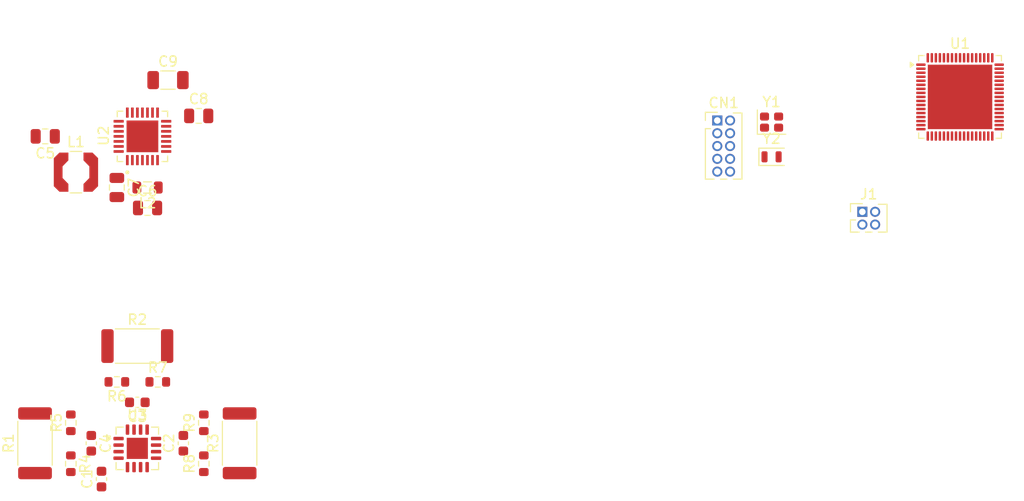
<source format=kicad_pcb>
(kicad_pcb (version 20241229) (generator "pcbnew") (generator_version "9.0")
  (layers (0 "F.Cu" signal) (2 "B.Cu" signal) (13 "F.Paste" user) (15 "B.Paste" user) (5 "F.SilkS" user "F.Silkscreen") (7 "B.SilkS" user "B.Silkscreen") (1 "F.Mask" user) (3 "B.Mask" user) (25 "Edge.Cuts" user))
  (net 0 "")
  (net 1 "GND")
  (net 2 "Net-(U3-IN-1)")
  (net 3 "Net-(U3-IN+1)")
  (net 4 "Net-(U3-IN-2)")
  (net 5 "Net-(U3-IN+2)")
  (net 6 "Net-(U3-IN-3)")
  (net 7 "Net-(U3-IN+3)")
  (net 8 "Net-(U2-BUFSRC)")
  (net 9 "/Power Management/BATT")
  (net 10 "/Power Management/BUCK")
  (net 11 "Net-(U2-BOOST)")
  (net 13 "Net-(U2-SWBOOST)")
  (net 14 "Net-(U2-SWBUCK)")
  (net 15 "/Power Management/PV+")
  (net 16 "/Power Management/PV-")
  (net 17 "/Power Management/BAT+")
  (net 18 "/Power Management/BAT-")
  (net 19 "/Power Management/LOAD+")
  (net 20 "/Power Management/LOAD-")
  (net 28 "VDD")
  (net 30 "STLINK_TX")
  (net 32 "STLINK_RX")
  (net 59 "/STM32WB55RG/NRST")
  (net 63 "/STM32WB55RG/BOOT0")
  (net 64 "VLXSMPS")
  (net 72 "/Power Management/S2")
  (net 74 "/Power Management/S1")
  (net 75 "/Power Management/SRC")
  (net 78 "/Power Management/S0")
  (net 81 "/STM32WB55RG/SWCLK")
  (net 83 "SCL")
  (net 88 "SDA")
  (net 89 "/STM32WB55RG/OSC32_IN")
  (net 90 "VDDA")
  (net 91 "/STM32WB55RG/SWDIO")
  (net 92 "/STM32WB55RG/OSC_IN")
  (net 93 "VFBSMPS")
  (net 94 "/STM32WB55RG/OSC32_OUT")
  (net 95 "/STM32WB55RG/OSC_OUT")
  (net 96 "/Power Management/HVOUT")
  (net 97 "/STM32WB55RG/SWO")
  (net 100 "/Power Management/3V3_EXT")
  (footprint "Inductor_SMD:L_Coilcraft_LPS4018" (layer "F.Cu") (at 26.416 32.004)
    (property "Reference" "L1" (at 0 -3 0) (layer "F.SilkS"))
    (property "Value" "10uH")
    (fp_line (start -0.57 -2.06) (end 0.57 -2.06) (stroke (width 0.12)) (layer "F.SilkS"))
    (fp_line (start -0.57 2.06) (end 0.57 2.06) (stroke (width 0.12)) (layer "F.SilkS"))
    (pad "1" smd custom (at -1.765 0) (size 0.87 2.79) (layers "F.Cu" "F.Mask" "F.Paste") (net 8 "Net-(U2-BUFSRC)") (options (clearance outline) (anchor rect)) (primitives (gr_poly (pts (xy 1.015 -1.17) (xy 0.435 -0.575) (xy 0.435 0.575) (xy 1.015 1.17) (xy 1.015 1.945) (xy 0.125 1.945) (xy -0.435 1.395) (xy -0.435 -1.395) (xy 0.125 -1.945) (xy 1.015 -1.945)) (width 0) (fill yes))))
    (pad "2" smd custom (at 1.765 0) (size 0.87 2.79) (layers "F.Cu" "F.Mask" "F.Paste") (net 13 "Net-(U2-SWBOOST)") (options (clearance outline) (anchor rect)) (primitives (gr_poly (pts (xy 0.435 -1.395) (xy 0.435 1.395) (xy -0.125 1.945) (xy -1.015 1.945) (xy -1.015 1.17) (xy -0.435 0.575) (xy -0.435 -0.575) (xy -1.015 -1.17) (xy -1.015 -1.945) (xy -0.125 -1.945)) (width 0) (fill yes))))
  )
  (footprint "Resistor_SMD:R_2512_6332Metric" (layer "F.Cu") (at 22.352 58.928 90)
    (property "Reference" "R1" (at 0 -2.63 90) (layer "F.SilkS"))
    (property "Value" "0.1")
    (fp_line (start -2.177064 -1.71) (end 2.177064 -1.71) (stroke (width 0.12)) (layer "F.SilkS"))
    (fp_line (start -2.177064 1.71) (end 2.177064 1.71) (stroke (width 0.12)) (layer "F.SilkS"))
    (pad "1" smd roundrect (at -2.9625 0 90) (size 1.225 3.35) (layers "F.Cu" "F.Mask" "F.Paste") (roundrect_rratio 0.204082) (net 15 "/Power Management/PV+"))
    (pad "2" smd roundrect (at 2.9625 0 90) (size 1.225 3.35) (layers "F.Cu" "F.Mask" "F.Paste") (roundrect_rratio 0.204082) (net 16 "/Power Management/PV-"))
  )
  (footprint "Capacitor_SMD:C_0805_2012Metric" (layer "F.Cu") (at 30.48 33.528 -90)
    (property "Reference" "C7" (at 0 -1.68 90) (layer "F.SilkS"))
    (property "Value" "22uF")
    (fp_line (start -0.261252 0.735) (end 0.261252 0.735) (stroke (width 0.12)) (layer "F.SilkS"))
    (fp_line (start -0.261252 -0.735) (end 0.261252 -0.735) (stroke (width 0.12)) (layer "F.SilkS"))
    (pad "1" smd roundrect (at -0.95 0 270) (size 1 1.45) (layers "F.Cu" "F.Mask" "F.Paste") (net 11 "Net-(U2-BOOST)"))
    (pad "2" smd roundrect (at 0.95 0 270) (size 1 1.45) (layers "F.Cu" "F.Mask" "F.Paste") (net 1 "GND"))
  )
  (footprint "Crystal:Crystal_SMD_2012-2Pin_2.0x1.2mm" (layer "F.Cu") (at 95.504 30.48)
    (property "Reference" "Y2" (at 0 -1.8 0) (layer "F.SilkS"))
    (property "Value" "LSE")
    (fp_line (start -1.26 -0.86) (end -1.26 0.86) (stroke (width 0.12)) (layer "F.SilkS"))
    (fp_line (start -1.26 0.86) (end 1.26 0.86) (stroke (width 0.12)) (layer "F.SilkS"))
    (fp_line (start 1.26 -0.86) (end -1.26 -0.86) (stroke (width 0.12)) (layer "F.SilkS"))
    (pad "1" smd roundrect (at -0.7 0) (size 0.6 1.1) (layers "F.Cu" "F.Mask" "F.Paste") (net 89 "/STM32WB55RG/OSC32_IN"))
    (pad "2" smd roundrect (at 0.7 0) (size 0.6 1.1) (layers "F.Cu" "F.Mask" "F.Paste") (net 94 "/STM32WB55RG/OSC32_OUT"))
  )
  (footprint "Capacitor_SMD:C_0603_1608Metric" (layer "F.Cu") (at 37.084 58.928 90)
    (property "Reference" "C2" (at 0 -1.43 90) (layer "F.SilkS"))
    (property "Value" "33nF")
    (fp_line (start -0.14058 -0.51) (end 0.14058 -0.51) (stroke (width 0.12)) (layer "F.SilkS"))
    (fp_line (start -0.14058 0.51) (end 0.14058 0.51) (stroke (width 0.12)) (layer "F.SilkS"))
    (pad "1" smd roundrect (at -0.775 0 90) (size 0.9 0.95) (layers "F.Cu" "F.Mask" "F.Paste") (net 2 "Net-(U3-IN-1)"))
    (pad "2" smd roundrect (at 0.775 0 90) (size 0.9 0.95) (layers "F.Cu" "F.Mask" "F.Paste") (net 3 "Net-(U3-IN+1)"))
  )
  (footprint "Capacitor_SMD:C_1206_3216Metric" (layer "F.Cu") (at 35.56 22.86)
    (property "Reference" "C9" (at 0 -1.85 0) (layer "F.SilkS"))
    (property "Value" "150uF")
    (fp_line (start -0.711252 -0.91) (end 0.711252 -0.91) (stroke (width 0.12)) (layer "F.SilkS"))
    (fp_line (start -0.711252 0.91) (end 0.711252 0.91) (stroke (width 0.12)) (layer "F.SilkS"))
    (pad "1" smd roundrect (at -1.475 0) (size 1.15 1.8) (layers "F.Cu" "F.Mask" "F.Paste") (roundrect_rratio 0.217391) (net 9 "/Power Management/BATT"))
    (pad "2" smd roundrect (at 1.475 0) (size 1.15 1.8) (layers "F.Cu" "F.Mask" "F.Paste") (roundrect_rratio 0.217391) (net 1 "GND"))
  )
  (footprint "Resistor_SMD:R_0603_1608Metric" (layer "F.Cu") (at 39.116 56.896 90)
    (property "Reference" "R9" (at 0 -1.43 90) (layer "F.SilkS"))
    (property "Value" "10")
    (fp_line (start -0.237258 -0.5225) (end 0.237258 -0.5225) (stroke (width 0.12)) (layer "F.SilkS"))
    (fp_line (start -0.237258 0.5225) (end 0.237258 0.5225) (stroke (width 0.12)) (layer "F.SilkS"))
    (pad "1" smd roundrect (at -0.825 0 90) (size 0.8 0.95) (layers "F.Cu" "F.Mask" "F.Paste") (net 6 "Net-(U3-IN-3)"))
    (pad "2" smd roundrect (at 0.825 0 90) (size 0.8 0.95) (layers "F.Cu" "F.Mask" "F.Paste") (net 20 "/Power Management/LOAD-"))
  )
  (footprint "Capacitor_SMD:C_0603_1608Metric" (layer "F.Cu") (at 27.94 58.928 -90)
    (property "Reference" "C4" (at 0 -1.43 90) (layer "F.SilkS"))
    (property "Value" "33nF")
    (fp_line (start -0.14058 0.51) (end 0.14058 0.51) (stroke (width 0.12)) (layer "F.SilkS"))
    (fp_line (start -0.14058 -0.51) (end 0.14058 -0.51) (stroke (width 0.12)) (layer "F.SilkS"))
    (pad "1" smd roundrect (at -0.775 0 270) (size 0.9 0.95) (layers "F.Cu" "F.Mask" "F.Paste") (net 6 "Net-(U3-IN-3)"))
    (pad "2" smd roundrect (at 0.775 0 270) (size 0.9 0.95) (layers "F.Cu" "F.Mask" "F.Paste") (net 7 "Net-(U3-IN+3)"))
  )
  (footprint "Resistor_SMD:R_0603_1608Metric" (layer "F.Cu") (at 25.908 60.96 -90)
    (property "Reference" "R4" (at 0 -1.43 90) (layer "F.SilkS"))
    (property "Value" "10")
    (fp_line (start -0.237258 0.5225) (end 0.237258 0.5225) (stroke (width 0.12)) (layer "F.SilkS"))
    (fp_line (start -0.237258 -0.5225) (end 0.237258 -0.5225) (stroke (width 0.12)) (layer "F.SilkS"))
    (pad "1" smd roundrect (at -0.825 0 270) (size 0.8 0.95) (layers "F.Cu" "F.Mask" "F.Paste") (net 3 "Net-(U3-IN+1)"))
    (pad "2" smd roundrect (at 0.825 0 270) (size 0.8 0.95) (layers "F.Cu" "F.Mask" "F.Paste") (net 15 "/Power Management/PV+"))
  )
  (footprint "Capacitor_SMD:C_0805_2012Metric" (layer "F.Cu") (at 33.528 35.56)
    (property "Reference" "C6" (at 0 -1.68 0) (layer "F.SilkS"))
    (property "Value" "10uF")
    (fp_line (start -0.261252 -0.735) (end 0.261252 -0.735) (stroke (width 0.12)) (layer "F.SilkS"))
    (fp_line (start -0.261252 0.735) (end 0.261252 0.735) (stroke (width 0.12)) (layer "F.SilkS"))
    (pad "1" smd roundrect (at -0.95 0) (size 1 1.45) (layers "F.Cu" "F.Mask" "F.Paste") (net 1 "GND"))
    (pad "2" smd roundrect (at 0.95 0) (size 1 1.45) (layers "F.Cu" "F.Mask" "F.Paste") (net 10 "/Power Management/BUCK"))
  )
  (footprint "Capacitor_SMD:C_0603_1608Metric" (layer "F.Cu") (at 28.956 62.484 90)
    (property "Reference" "C1" (at 0 -1.43 90) (layer "F.SilkS"))
    (property "Value" "0.1uF")
    (fp_line (start -0.14058 -0.51) (end 0.14058 -0.51) (stroke (width 0.12)) (layer "F.SilkS"))
    (fp_line (start -0.14058 0.51) (end 0.14058 0.51) (stroke (width 0.12)) (layer "F.SilkS"))
    (pad "1" smd roundrect (at -0.775 0 90) (size 0.9 0.95) (layers "F.Cu" "F.Mask" "F.Paste") (net 1 "GND"))
    (pad "2" smd roundrect (at 0.775 0 90) (size 0.9 0.95) (layers "F.Cu" "F.Mask" "F.Paste") (net 28 "VDD"))
  )
  (footprint "Resistor_SMD:R_2512_6332Metric" (layer "F.Cu") (at 42.672 58.928 90)
    (property "Reference" "R3" (at 0 -2.63 90) (layer "F.SilkS"))
    (property "Value" "0.1")
    (fp_line (start -2.177064 -1.71) (end 2.177064 -1.71) (stroke (width 0.12)) (layer "F.SilkS"))
    (fp_line (start -2.177064 1.71) (end 2.177064 1.71) (stroke (width 0.12)) (layer "F.SilkS"))
    (pad "1" smd roundrect (at -2.9625 0 90) (size 1.225 3.35) (layers "F.Cu" "F.Mask" "F.Paste") (roundrect_rratio 0.204082) (net 19 "/Power Management/LOAD+"))
    (pad "2" smd roundrect (at 2.9625 0 90) (size 1.225 3.35) (layers "F.Cu" "F.Mask" "F.Paste") (roundrect_rratio 0.204082) (net 20 "/Power Management/LOAD-"))
  )
  (footprint "Resistor_SMD:R_0603_1608Metric" (layer "F.Cu") (at 25.908 56.896 90)
    (property "Reference" "R5" (at 0 -1.43 90) (layer "F.SilkS"))
    (property "Value" "10")
    (fp_line (start -0.237258 -0.5225) (end 0.237258 -0.5225) (stroke (width 0.12)) (layer "F.SilkS"))
    (fp_line (start -0.237258 0.5225) (end 0.237258 0.5225) (stroke (width 0.12)) (layer "F.SilkS"))
    (pad "1" smd roundrect (at -0.825 0 90) (size 0.8 0.95) (layers "F.Cu" "F.Mask" "F.Paste") (net 2 "Net-(U3-IN-1)"))
    (pad "2" smd roundrect (at 0.825 0 90) (size 0.8 0.95) (layers "F.Cu" "F.Mask" "F.Paste") (net 16 "/Power Management/PV-"))
  )
  (footprint "Capacitor_SMD:C_0603_1608Metric" (layer "F.Cu") (at 32.512 54.864 180)
    (property "Reference" "C3" (at 0 -1.43 0) (layer "F.SilkS"))
    (property "Value" "33nF")
    (fp_line (start -0.14058 0.51) (end 0.14058 0.51) (stroke (width 0.12)) (layer "F.SilkS"))
    (fp_line (start -0.14058 -0.51) (end 0.14058 -0.51) (stroke (width 0.12)) (layer "F.SilkS"))
    (pad "1" smd roundrect (at -0.775 0 180) (size 0.9 0.95) (layers "F.Cu" "F.Mask" "F.Paste") (net 4 "Net-(U3-IN-2)"))
    (pad "2" smd roundrect (at 0.775 0 180) (size 0.9 0.95) (layers "F.Cu" "F.Mask" "F.Paste") (net 5 "Net-(U3-IN+2)"))
  )
  (footprint "Package_DFN_QFN:QFN-68-1EP_8x8mm_P0.4mm_EP6.4x6.4mm" (layer "F.Cu") (at 114.2225 24.53)
    (property "Reference" "U1" (at 0 -5.3 0) (layer "F.SilkS"))
    (property "Value" "STM32WB55RGVx")
    (fp_line (start -4.11 -4.11) (end -3.585 -4.11) (stroke (width 0.12)) (layer "F.SilkS"))
    (fp_line (start -4.11 -3.585) (end -4.11 -4.11) (stroke (width 0.12)) (layer "F.SilkS"))
    (fp_line (start -4.11 4.11) (end -4.11 3.585) (stroke (width 0.12)) (layer "F.SilkS"))
    (fp_line (start -3.585 4.11) (end -4.11 4.11) (stroke (width 0.12)) (layer "F.SilkS"))
    (fp_line (start 3.585 -4.11) (end 4.11 -4.11) (stroke (width 0.12)) (layer "F.SilkS"))
    (fp_line (start 4.11 -4.11) (end 4.11 -3.585) (stroke (width 0.12)) (layer "F.SilkS"))
    (fp_line (start 4.11 3.585) (end 4.11 4.11) (stroke (width 0.12)) (layer "F.SilkS"))
    (fp_line (start 4.11 4.11) (end 3.585 4.11) (stroke (width 0.12)) (layer "F.SilkS"))
    (fp_poly (pts (xy -4.61 -3.2) (xy -4.94 -2.96) (xy -4.94 -3.44)) (stroke (width 0.12)) (fill yes) (layer "F.SilkS"))
    (pad "1" smd roundrect (at -3.8875 -3.2) (size 0.925 0.25) (layers "F.Cu" "F.Mask" "F.Paste"))
    (pad "2" smd roundrect (at -3.8875 -2.8) (size 0.925 0.25) (layers "F.Cu" "F.Mask" "F.Paste"))
    (pad "3" smd roundrect (at -3.8875 -2.4) (size 0.925 0.25) (layers "F.Cu" "F.Mask" "F.Paste") (net 89 "/STM32WB55RG/OSC32_IN"))
    (pad "4" smd roundrect (at -3.8875 -2) (size 0.925 0.25) (layers "F.Cu" "F.Mask" "F.Paste") (net 94 "/STM32WB55RG/OSC32_OUT"))
    (pad "5" smd roundrect (at -3.8875 -1.6) (size 0.925 0.25) (layers "F.Cu" "F.Mask" "F.Paste") (net 63 "/STM32WB55RG/BOOT0"))
    (pad "6" smd roundrect (at -3.8875 -1.2) (size 0.925 0.25) (layers "F.Cu" "F.Mask" "F.Paste") (net 83 "SCL"))
    (pad "7" smd roundrect (at -3.8875 -0.8) (size 0.925 0.25) (layers "F.Cu" "F.Mask" "F.Paste") (net 88 "SDA"))
    (pad "8" smd roundrect (at -3.8875 -0.4) (size 0.925 0.25) (layers "F.Cu" "F.Mask" "F.Paste") (net 59 "/STM32WB55RG/NRST"))
    (pad "9" smd roundrect (at -3.8875 0) (size 0.925 0.25) (layers "F.Cu" "F.Mask" "F.Paste"))
    (pad "10" smd roundrect (at -3.8875 0.4) (size 0.925 0.25) (layers "F.Cu" "F.Mask" "F.Paste"))
    (pad "11" smd roundrect (at -3.8875 0.8) (size 0.925 0.25) (layers "F.Cu" "F.Mask" "F.Paste"))
    (pad "12" smd roundrect (at -3.8875 1.2) (size 0.925 0.25) (layers "F.Cu" "F.Mask" "F.Paste"))
    (pad "13" smd roundrect (at -3.8875 1.6) (size 0.925 0.25) (layers "F.Cu" "F.Mask" "F.Paste"))
    (pad "14" smd roundrect (at -3.8875 2) (size 0.925 0.25) (layers "F.Cu" "F.Mask" "F.Paste") (net 90 "VDDA"))
    (pad "15" smd roundrect (at -3.8875 2.4) (size 0.925 0.25) (layers "F.Cu" "F.Mask" "F.Paste"))
    (pad "16" smd roundrect (at -3.8875 2.8) (size 0.925 0.25) (layers "F.Cu" "F.Mask" "F.Paste"))
    (pad "17" smd roundrect (at -3.8875 3.2) (size 0.925 0.25) (layers "F.Cu" "F.Mask" "F.Paste"))
    (pad "18" smd roundrect (at -3.2 3.8875) (size 0.25 0.925) (layers "F.Cu" "F.Mask" "F.Paste"))
    (pad "19" smd roundrect (at -2.8 3.8875) (size 0.25 0.925) (layers "F.Cu" "F.Mask" "F.Paste"))
    (pad "20" smd roundrect (at -2.4 3.8875) (size 0.25 0.925) (layers "F.Cu" "F.Mask" "F.Paste"))
    (pad "21" smd roundrect (at -2 3.8875) (size 0.25 0.925) (layers "F.Cu" "F.Mask" "F.Paste"))
    (pad "22" smd roundrect (at -1.6 3.8875) (size 0.25 0.925) (layers "F.Cu" "F.Mask" "F.Paste"))
    (pad "23" smd roundrect (at -1.2 3.8875) (size 0.25 0.925) (layers "F.Cu" "F.Mask" "F.Paste"))
    (pad "24" smd roundrect (at -0.8 3.8875) (size 0.25 0.925) (layers "F.Cu" "F.Mask" "F.Paste"))
    (pad "25" smd roundrect (at -0.4 3.8875) (size 0.25 0.925) (layers "F.Cu" "F.Mask" "F.Paste"))
    (pad "26" smd roundrect (at 0 3.8875) (size 0.25 0.925) (layers "F.Cu" "F.Mask" "F.Paste"))
    (pad "27" smd roundrect (at 0.4 3.8875) (size 0.25 0.925) (layers "F.Cu" "F.Mask" "F.Paste"))
    (pad "28" smd roundrect (at 0.8 3.8875) (size 0.25 0.925) (layers "F.Cu" "F.Mask" "F.Paste"))
    (pad "29" smd roundrect (at 1.2 3.8875) (size 0.25 0.925) (layers "F.Cu" "F.Mask" "F.Paste"))
    (pad "30" smd roundrect (at 1.6 3.8875) (size 0.25 0.925) (layers "F.Cu" "F.Mask" "F.Paste") (net 28 "VDD"))
    (pad "31" smd roundrect (at 2 3.8875) (size 0.25 0.925) (layers "F.Cu" "F.Mask" "F.Paste"))
    (pad "32" smd roundrect (at 2.4 3.8875) (size 0.25 0.925) (layers "F.Cu" "F.Mask" "F.Paste") (net 1 "GND"))
    (pad "33" smd roundrect (at 2.8 3.8875) (size 0.25 0.925) (layers "F.Cu" "F.Mask" "F.Paste") (net 28 "VDD"))
    (pad "34" smd roundrect (at 3.2 3.8875) (size 0.25 0.925) (layers "F.Cu" "F.Mask" "F.Paste") (net 95 "/STM32WB55RG/OSC_OUT"))
    (pad "35" smd roundrect (at 3.8875 3.2) (size 0.925 0.25) (layers "F.Cu" "F.Mask" "F.Paste") (net 92 "/STM32WB55RG/OSC_IN"))
    (pad "36" smd roundrect (at 3.8875 2.8) (size 0.925 0.25) (layers "F.Cu" "F.Mask" "F.Paste"))
    (pad "37" smd roundrect (at 3.8875 2.4) (size 0.925 0.25) (layers "F.Cu" "F.Mask" "F.Paste"))
    (pad "38" smd roundrect (at 3.8875 2) (size 0.925 0.25) (layers "F.Cu" "F.Mask" "F.Paste"))
    (pad "39" smd roundrect (at 3.8875 1.6) (size 0.925 0.25) (layers "F.Cu" "F.Mask" "F.Paste"))
    (pad "40" smd roundrect (at 3.8875 1.2) (size 0.925 0.25) (layers "F.Cu" "F.Mask" "F.Paste"))
    (pad "41" smd roundrect (at 3.8875 0.8) (size 0.925 0.25) (layers "F.Cu" "F.Mask" "F.Paste") (net 93 "VFBSMPS"))
    (pad "42" smd roundrect (at 3.8875 0.4) (size 0.925 0.25) (layers "F.Cu" "F.Mask" "F.Paste") (net 1 "GND"))
    (pad "43" smd roundrect (at 3.8875 0) (size 0.925 0.25) (layers "F.Cu" "F.Mask" "F.Paste") (net 64 "VLXSMPS"))
    (pad "44" smd roundrect (at 3.8875 -0.4) (size 0.925 0.25) (layers "F.Cu" "F.Mask" "F.Paste") (net 28 "VDD"))
    (pad "45" smd roundrect (at 3.8875 -0.8) (size 0.925 0.25) (layers "F.Cu" "F.Mask" "F.Paste") (net 28 "VDD"))
    (pad "46" smd roundrect (at 3.8875 -1.2) (size 0.925 0.25) (layers "F.Cu" "F.Mask" "F.Paste"))
    (pad "47" smd roundrect (at 3.8875 -1.6) (size 0.925 0.25) (layers "F.Cu" "F.Mask" "F.Paste"))
    (pad "48" smd roundrect (at 3.8875 -2) (size 0.925 0.25) (layers "F.Cu" "F.Mask" "F.Paste"))
    (pad "49" smd roundrect (at 3.8875 -2.4) (size 0.925 0.25) (layers "F.Cu" "F.Mask" "F.Paste"))
    (pad "50" smd roundrect (at 3.8875 -2.8) (size 0.925 0.25) (layers "F.Cu" "F.Mask" "F.Paste"))
    (pad "51" smd roundrect (at 3.8875 -3.2) (size 0.925 0.25) (layers "F.Cu" "F.Mask" "F.Paste"))
    (pad "52" smd roundrect (at 3.2 -3.8875) (size 0.25 0.925) (layers "F.Cu" "F.Mask" "F.Paste"))
    (pad "53" smd roundrect (at 2.8 -3.8875) (size 0.25 0.925) (layers "F.Cu" "F.Mask" "F.Paste"))
    (pad "54" smd roundrect (at 2.4 -3.8875) (size 0.25 0.925) (layers "F.Cu" "F.Mask" "F.Paste") (net 91 "/STM32WB55RG/SWDIO"))
    (pad "55" smd roundrect (at 2 -3.8875) (size 0.25 0.925) (layers "F.Cu" "F.Mask" "F.Paste") (net 28 "VDD"))
    (pad "56" smd roundrect (at 1.6 -3.8875) (size 0.25 0.925) (layers "F.Cu" "F.Mask" "F.Paste") (net 81 "/STM32WB55RG/SWCLK"))
    (pad "57" smd roundrect (at 1.2 -3.8875) (size 0.25 0.925) (layers "F.Cu" "F.Mask" "F.Paste"))
    (pad "58" smd roundrect (at 0.8 -3.8875) (size 0.25 0.925) (layers "F.Cu" "F.Mask" "F.Paste"))
    (pad "59" smd roundrect (at 0.4 -3.8875) (size 0.25 0.925) (layers "F.Cu" "F.Mask" "F.Paste"))
    (pad "60" smd roundrect (at 0 -3.8875) (size 0.25 0.925) (layers "F.Cu" "F.Mask" "F.Paste"))
    (pad "61" smd roundrect (at -0.4 -3.8875) (size 0.25 0.925) (layers "F.Cu" "F.Mask" "F.Paste"))
    (pad "62" smd roundrect (at -0.8 -3.8875) (size 0.25 0.925) (layers "F.Cu" "F.Mask" "F.Paste"))
    (pad "63" smd roundrect (at -1.2 -3.8875) (size 0.25 0.925) (layers "F.Cu" "F.Mask" "F.Paste") (net 97 "/STM32WB55RG/SWO"))
    (pad "64" smd roundrect (at -1.6 -3.8875) (size 0.25 0.925) (layers "F.Cu" "F.Mask" "F.Paste"))
    (pad "65" smd roundrect (at -2 -3.8875) (size 0.25 0.925) (layers "F.Cu" "F.Mask" "F.Paste"))
    (pad "66" smd roundrect (at -2.4 -3.8875) (size 0.25 0.925) (layers "F.Cu" "F.Mask" "F.Paste") (net 32 "STLINK_RX"))
    (pad "67" smd roundrect (at -2.8 -3.8875) (size 0.25 0.925) (layers "F.Cu" "F.Mask" "F.Paste") (net 30 "STLINK_TX"))
    (pad "68" smd roundrect (at -3.2 -3.8875) (size 0.25 0.925) (layers "F.Cu" "F.Mask" "F.Paste") (net 28 "VDD"))
    (pad "69" smd rect (at 0 0) (size 6.4 6.4) (property pad_prop_heatsink) (layers "F.Cu" "F.Mask") (net 1 "GND"))
  )
  (footprint "Capacitor_SMD:C_0805_2012Metric" (layer "F.Cu") (at 38.608 26.416)
    (property "Reference" "C8" (at 0 -1.68 0) (layer "F.SilkS"))
    (property "Value" "10uF")
    (fp_line (start -0.261252 -0.735) (end 0.261252 -0.735) (stroke (width 0.12)) (layer "F.SilkS"))
    (fp_line (start -0.261252 0.735) (end 0.261252 0.735) (stroke (width 0.12)) (layer "F.SilkS"))
    (pad "1" smd roundrect (at -0.95 0) (size 1 1.45) (layers "F.Cu" "F.Mask" "F.Paste") (net 96 "/Power Management/HVOUT"))
    (pad "2" smd roundrect (at 0.95 0) (size 1 1.45) (layers "F.Cu" "F.Mask" "F.Paste") (net 1 "GND"))
  )
  (footprint "Resistor_SMD:R_2512_6332Metric" (layer "F.Cu") (at 32.512 49.276)
    (property "Reference" "R2" (at 0 -2.63 0) (layer "F.SilkS"))
    (property "Value" "0.1")
    (fp_line (start -2.177064 -1.71) (end 2.177064 -1.71) (stroke (width 0.12)) (layer "F.SilkS"))
    (fp_line (start -2.177064 1.71) (end 2.177064 1.71) (stroke (width 0.12)) (layer "F.SilkS"))
    (pad "1" smd roundrect (at -2.9625 0) (size 1.225 3.35) (layers "F.Cu" "F.Mask" "F.Paste") (roundrect_rratio 0.204082) (net 17 "/Power Management/BAT+"))
    (pad "2" smd roundrect (at 2.9625 0) (size 1.225 3.35) (layers "F.Cu" "F.Mask" "F.Paste") (roundrect_rratio 0.204082) (net 18 "/Power Management/BAT-"))
  )
  (footprint "AEM10941-QFN:QFN50P500X500X90-29N" (layer "F.Cu") (at 33.02 28.448 90)
    (property "Reference" "U2" (at 0.06 -3.85 90) (layer "F.SilkS"))
    (property "Value" "AEM10941")
    (fp_line (start 2.5 -2.5) (end 1.955 -2.5) (stroke (width 0.127)) (layer "F.SilkS"))
    (fp_line (start 2.5 -2.5) (end 2.5 -1.955) (stroke (width 0.127)) (layer "F.SilkS"))
    (fp_line (start -2.5 -2.5) (end -1.955 -2.5) (stroke (width 0.127)) (layer "F.SilkS"))
    (fp_line (start -2.5 -2.5) (end -2.5 -1.955) (stroke (width 0.127)) (layer "F.SilkS"))
    (fp_line (start 2.5 2.5) (end 2.5 1.955) (stroke (width 0.127)) (layer "F.SilkS"))
    (fp_line (start 2.5 2.5) (end 1.955 2.5) (stroke (width 0.127)) (layer "F.SilkS"))
    (fp_line (start -2.5 2.5) (end -2.5 1.955) (stroke (width 0.127)) (layer "F.SilkS"))
    (fp_line (start -2.5 2.5) (end -1.955 2.5) (stroke (width 0.127)) (layer "F.SilkS"))
    (fp_circle (center -3.57 -1.5) (end -3.47 -1.5) (stroke (width 0.2)) (fill no) (layer "F.SilkS"))
    (pad "1" smd roundrect (at -2.36 -1.5 90) (size 1.01 0.27) (layers "F.Cu" "F.Mask" "F.Paste") (roundrect_rratio 0.125) (net 11 "Net-(U2-BOOST)"))
    (pad "2" smd roundrect (at -2.36 -1 90) (size 1.01 0.27) (layers "F.Cu" "F.Mask" "F.Paste") (roundrect_rratio 0.125) (net 14 "Net-(U2-SWBUCK)"))
    (pad "3" smd roundrect (at -2.36 -0.5 90) (size 1.01 0.27) (layers "F.Cu" "F.Mask" "F.Paste") (roundrect_rratio 0.125) (net 10 "/Power Management/BUCK"))
    (pad "4" smd roundrect (at -2.36 0 90) (size 1.01 0.27) (layers "F.Cu" "F.Mask" "F.Paste") (roundrect_rratio 0.125) (net 10 "/Power Management/BUCK"))
    (pad "5" smd roundrect (at -2.36 0.5 90) (size 1.01 0.27) (layers "F.Cu" "F.Mask" "F.Paste") (roundrect_rratio 0.125) (net 10 "/Power Management/BUCK"))
    (pad "6" smd roundrect (at -2.36 1 90) (size 1.01 0.27) (layers "F.Cu" "F.Mask" "F.Paste") (roundrect_rratio 0.125) (net 10 "/Power Management/BUCK"))
    (pad "7" smd roundrect (at -2.36 1.5 90) (size 1.01 0.27) (layers "F.Cu" "F.Mask" "F.Paste") (roundrect_rratio 0.125) (net 1 "GND"))
    (pad "8" smd roundrect (at -1.5 2.36 90) (size 0.27 1.01) (layers "F.Cu" "F.Mask" "F.Paste") (roundrect_rratio 0.125) (net 1 "GND"))
    (pad "9" smd roundrect (at -1 2.36 90) (size 0.27 1.01) (layers "F.Cu" "F.Mask" "F.Paste") (roundrect_rratio 0.125) (net 1 "GND"))
    (pad "10" smd roundrect (at -0.5 2.36 90) (size 0.27 1.01) (layers "F.Cu" "F.Mask" "F.Paste") (roundrect_rratio 0.125) (net 1 "GND"))
    (pad "11" smd roundrect (at 0 2.36 90) (size 0.27 1.01) (layers "F.Cu" "F.Mask" "F.Paste") (roundrect_rratio 0.125))
    (pad "12" smd roundrect (at 0.5 2.36 90) (size 0.27 1.01) (layers "F.Cu" "F.Mask" "F.Paste") (roundrect_rratio 0.125) (net 10 "/Power Management/BUCK"))
    (pad "13" smd roundrect (at 1 2.36 90) (size 0.27 1.01) (layers "F.Cu" "F.Mask" "F.Paste") (roundrect_rratio 0.125))
    (pad "14" smd roundrect (at 1.5 2.36 90) (size 0.27 1.01) (layers "F.Cu" "F.Mask" "F.Paste") (roundrect_rratio 0.125) (net 96 "/Power Management/HVOUT"))
    (pad "15" smd roundrect (at 2.36 1.5 90) (size 1.01 0.27) (layers "F.Cu" "F.Mask" "F.Paste") (roundrect_rratio 0.125))
    (pad "16" smd roundrect (at 2.36 1 90) (size 1.01 0.27) (layers "F.Cu" "F.Mask" "F.Paste") (roundrect_rratio 0.125) (net 9 "/Power Management/BATT"))
    (pad "17" smd roundrect (at 2.36 0.5 90) (size 1.01 0.27) (layers "F.Cu" "F.Mask" "F.Paste") (roundrect_rratio 0.125) (net 1 "GND"))
    (pad "18" smd roundrect (at 2.36 0 90) (size 1.01 0.27) (layers "F.Cu" "F.Mask" "F.Paste") (roundrect_rratio 0.125) (net 1 "GND"))
    (pad "19" smd roundrect (at 2.36 -0.5 90) (size 1.01 0.27) (layers "F.Cu" "F.Mask" "F.Paste") (roundrect_rratio 0.125) (net 72 "/Power Management/S2"))
    (pad "20" smd roundrect (at 2.36 -1 90) (size 1.01 0.27) (layers "F.Cu" "F.Mask" "F.Paste") (roundrect_rratio 0.125) (net 74 "/Power Management/S1"))
    (pad "21" smd roundrect (at 2.36 -1.5 90) (size 1.01 0.27) (layers "F.Cu" "F.Mask" "F.Paste") (roundrect_rratio 0.125) (net 78 "/Power Management/S0"))
    (pad "22" smd roundrect (at 1.5 -2.36 90) (size 0.27 1.01) (layers "F.Cu" "F.Mask" "F.Paste") (roundrect_rratio 0.125))
    (pad "23" smd roundrect (at 1 -2.36 90) (size 0.27 1.01) (layers "F.Cu" "F.Mask" "F.Paste") (roundrect_rratio 0.125))
    (pad "24" smd roundrect (at 0.5 -2.36 90) (size 0.27 1.01) (layers "F.Cu" "F.Mask" "F.Paste") (roundrect_rratio 0.125))
    (pad "25" smd roundrect (at 0 -2.36 90) (size 0.27 1.01) (layers "F.Cu" "F.Mask" "F.Paste") (roundrect_rratio 0.125) (net 75 "/Power Management/SRC"))
    (pad "26" smd roundrect (at -0.5 -2.36 90) (size 0.27 1.01) (layers "F.Cu" "F.Mask" "F.Paste") (roundrect_rratio 0.125))
    (pad "27" smd roundrect (at -1 -2.36 90) (size 0.27 1.01) (layers "F.Cu" "F.Mask" "F.Paste") (roundrect_rratio 0.125) (net 8 "Net-(U2-BUFSRC)"))
    (pad "28" smd roundrect (at -1.5 -2.36 90) (size 0.27 1.01) (layers "F.Cu" "F.Mask" "F.Paste") (roundrect_rratio 0.125) (net 13 "Net-(U2-SWBOOST)"))
    (pad "29" smd rect (at 0 0 90) (size 3.15 3.15) (layers "F.Cu" "F.Mask") (net 1 "GND"))
  )
  (footprint "Connector_PinHeader_1.27mm:PinHeader_2x05_P1.27mm_Vertical" (layer "F.Cu") (at 90.114 26.87)
    (property "Reference" "CN1" (at 0.635 -1.745 0) (layer "F.SilkS"))
    (property "Value" "Conn_ARM_JTAG_SWD_10")
    (fp_line (start -1.18 -0.81) (end 0 -0.81) (stroke (width 0.12)) (layer "F.SilkS"))
    (fp_line (start -1.18 0) (end -1.18 -0.81) (stroke (width 0.12)) (layer "F.SilkS"))
    (fp_line (start -1.18 0.81) (end -1.18 5.825) (stroke (width 0.12)) (layer "F.SilkS"))
    (fp_line (start -1.18 0.81) (end -0.666708 0.81) (stroke (width 0.12)) (layer "F.SilkS"))
    (fp_line (start -1.18 5.825) (end -0.317923 5.825) (stroke (width 0.12)) (layer "F.SilkS"))
    (fp_line (start 0.317923 5.825) (end 0.952077 5.825) (stroke (width 0.12)) (layer "F.SilkS"))
    (fp_line (start 1.587923 -0.745) (end 2.45 -0.745) (stroke (width 0.12)) (layer "F.SilkS"))
    (fp_line (start 1.587923 5.825) (end 2.45 5.825) (stroke (width 0.12)) (layer "F.SilkS"))
    (fp_line (start 2.45 -0.745) (end 2.45 5.825) (stroke (width 0.12)) (layer "F.SilkS"))
    (pad "1" thru_hole rect (at 0 0) (size 1 1) (drill 0.65) (layers "*.Cu" "*.Mask") (net 28 "VDD"))
    (pad "2" thru_hole circle (at 1.27 0) (size 1 1) (drill 0.65) (layers "*.Cu" "*.Mask") (net 91 "/STM32WB55RG/SWDIO"))
    (pad "3" thru_hole circle (at 0 1.27) (size 1 1) (drill 0.65) (layers "*.Cu" "*.Mask") (net 1 "GND"))
    (pad "4" thru_hole circle (at 1.27 1.27) (size 1 1) (drill 0.65) (layers "*.Cu" "*.Mask") (net 81 "/STM32WB55RG/SWCLK"))
    (pad "5" thru_hole circle (at 0 2.54) (size 1 1) (drill 0.65) (layers "*.Cu" "*.Mask") (net 1 "GND"))
    (pad "6" thru_hole circle (at 1.27 2.54) (size 1 1) (drill 0.65) (layers "*.Cu" "*.Mask") (net 97 "/STM32WB55RG/SWO"))
    (pad "7" thru_hole circle (at 0 3.81) (size 1 1) (drill 0.65) (layers "*.Cu" "*.Mask"))
    (pad "8" thru_hole circle (at 1.27 3.81) (size 1 1) (drill 0.65) (layers "*.Cu" "*.Mask"))
    (pad "9" thru_hole circle (at 0 5.08) (size 1 1) (drill 0.65) (layers "*.Cu" "*.Mask") (net 1 "GND"))
    (pad "10" thru_hole circle (at 1.27 5.08) (size 1 1) (drill 0.65) (layers "*.Cu" "*.Mask") (net 59 "/STM32WB55RG/NRST"))
  )
  (footprint "Resistor_SMD:R_0603_1608Metric" (layer "F.Cu") (at 39.116 60.96 90)
    (property "Reference" "R8" (at 0 -1.43 90) (layer "F.SilkS"))
    (property "Value" "10")
    (fp_line (start -0.237258 -0.5225) (end 0.237258 -0.5225) (stroke (width 0.12)) (layer "F.SilkS"))
    (fp_line (start -0.237258 0.5225) (end 0.237258 0.5225) (stroke (width 0.12)) (layer "F.SilkS"))
    (pad "1" smd roundrect (at -0.825 0 90) (size 0.8 0.95) (layers "F.Cu" "F.Mask" "F.Paste") (net 7 "Net-(U3-IN+3)"))
    (pad "2" smd roundrect (at 0.825 0 90) (size 0.8 0.95) (layers "F.Cu" "F.Mask" "F.Paste") (net 19 "/Power Management/LOAD+"))
  )
  (footprint "Resistor_SMD:R_0603_1608Metric" (layer "F.Cu") (at 30.48 52.832 180)
    (property "Reference" "R6" (at 0 -1.43 0) (layer "F.SilkS"))
    (property "Value" "10")
    (fp_line (start -0.237258 0.5225) (end 0.237258 0.5225) (stroke (width 0.12)) (layer "F.SilkS"))
    (fp_line (start -0.237258 -0.5225) (end 0.237258 -0.5225) (stroke (width 0.12)) (layer "F.SilkS"))
    (pad "1" smd roundrect (at -0.825 0 180) (size 0.8 0.95) (layers "F.Cu" "F.Mask" "F.Paste") (net 5 "Net-(U3-IN+2)"))
    (pad "2" smd roundrect (at 0.825 0 180) (size 0.8 0.95) (layers "F.Cu" "F.Mask" "F.Paste") (net 17 "/Power Management/BAT+"))
  )
  (footprint "Crystal:Crystal_SMD_2016-4Pin_2.0x1.6mm" (layer "F.Cu") (at 95.504 27.03)
    (property "Reference" "Y1" (at 0 -2 0) (layer "F.SilkS"))
    (property "Value" "HSE")
    (fp_line (start -1.41 -1.21) (end -1.41 1.21) (stroke (width 0.12)) (layer "F.SilkS"))
    (fp_line (start -1.41 1.21) (end 1.41 1.21) (stroke (width 0.12)) (layer "F.SilkS"))
    (pad "1" smd roundrect (at -0.7 0.55) (size 0.9 0.8) (layers "F.Cu" "F.Mask" "F.Paste") (net 92 "/STM32WB55RG/OSC_IN"))
    (pad "2" smd roundrect (at 0.7 0.55) (size 0.9 0.8) (layers "F.Cu" "F.Mask" "F.Paste") (net 1 "GND"))
    (pad "3" smd roundrect (at 0.7 -0.55) (size 0.9 0.8) (layers "F.Cu" "F.Mask" "F.Paste") (net 95 "/STM32WB55RG/OSC_OUT"))
    (pad "4" smd roundrect (at -0.7 -0.55) (size 0.9 0.8) (layers "F.Cu" "F.Mask" "F.Paste") (net 1 "GND"))
  )
  (footprint "Connector_PinHeader_1.27mm:PinHeader_2x02_P1.27mm_Vertical" (layer "F.Cu") (at 104.521 35.941)
    (property "Reference" "J1" (at 0.635 -1.745 0) (layer "F.SilkS"))
    (property "Value" "Conn_02x02_Odd_Even")
    (fp_line (start -1.18 -0.81) (end 0 -0.81) (stroke (width 0.12)) (layer "F.SilkS"))
    (fp_line (start -1.18 0) (end -1.18 -0.81) (stroke (width 0.12)) (layer "F.SilkS"))
    (fp_line (start -1.18 0.81) (end -1.18 2.015) (stroke (width 0.12)) (layer "F.SilkS"))
    (fp_line (start -1.18 0.81) (end -0.666708 0.81) (stroke (width 0.12)) (layer "F.SilkS"))
    (fp_line (start -1.18 2.015) (end -0.317923 2.015) (stroke (width 0.12)) (layer "F.SilkS"))
    (fp_line (start 0.317923 2.015) (end 0.952077 2.015) (stroke (width 0.12)) (layer "F.SilkS"))
    (fp_line (start 1.587923 -0.745) (end 2.45 -0.745) (stroke (width 0.12)) (layer "F.SilkS"))
    (fp_line (start 1.587923 2.015) (end 2.45 2.015) (stroke (width 0.12)) (layer "F.SilkS"))
    (fp_line (start 2.45 -0.745) (end 2.45 2.015) (stroke (width 0.12)) (layer "F.SilkS"))
    (pad "1" thru_hole rect (at 0 0) (size 1 1) (drill 0.65) (layers "*.Cu" "*.Mask") (net 96 "/Power Management/HVOUT"))
    (pad "2" thru_hole circle (at 1.27 0) (size 1 1) (drill 0.65) (layers "*.Cu" "*.Mask") (net 28 "VDD"))
    (pad "3" thru_hole circle (at 0 1.27) (size 1 1) (drill 0.65) (layers "*.Cu" "*.Mask") (net 100 "/Power Management/3V3_EXT"))
    (pad "4" thru_hole circle (at 1.27 1.27) (size 1 1) (drill 0.65) (layers "*.Cu" "*.Mask") (net 28 "VDD"))
  )
  (footprint "Inductor_SMD:L_0805_2012Metric" (layer "F.Cu") (at 33.528 33.528 180)
    (property "Reference" "L2" (at 0 -1.55 0) (layer "F.SilkS"))
    (property "Value" "10uH")
    (fp_line (start -0.399622 0.56) (end 0.399622 0.56) (stroke (width 0.12)) (layer "F.SilkS"))
    (fp_line (start -0.399622 -0.56) (end 0.399622 -0.56) (stroke (width 0.12)) (layer "F.SilkS"))
    (pad "1" smd roundrect (at -1.0625 0 180) (size 0.875 1.2) (layers "F.Cu" "F.Mask" "F.Paste") (net 10 "/Power Management/BUCK"))
    (pad "2" smd roundrect (at 1.0625 0 180) (size 0.875 1.2) (layers "F.Cu" "F.Mask" "F.Paste") (net 14 "Net-(U2-SWBUCK)"))
  )
  (footprint "Capacitor_SMD:C_0805_2012Metric" (layer "F.Cu") (at 23.368 28.448 180)
    (property "Reference" "C5" (at 0 -1.68 0) (layer "F.SilkS"))
    (property "Value" "10uF")
    (fp_line (start -0.261252 0.735) (end 0.261252 0.735) (stroke (width 0.12)) (layer "F.SilkS"))
    (fp_line (start -0.261252 -0.735) (end 0.261252 -0.735) (stroke (width 0.12)) (layer "F.SilkS"))
    (pad "1" smd roundrect (at -0.95 0 180) (size 1 1.45) (layers "F.Cu" "F.Mask" "F.Paste") (net 8 "Net-(U2-BUFSRC)"))
    (pad "2" smd roundrect (at 0.95 0 180) (size 1 1.45) (layers "F.Cu" "F.Mask" "F.Paste") (net 1 "GND"))
  )
  (footprint "Package_DFN_QFN:Texas_RGV0016A_VQFN-16-1EP_4x4mm_P0.65mm_EP2.1x2.1mm" (layer "F.Cu") (at 32.512 59.436)
    (property "Reference" "U3" (at 0 -3.33 0) (layer "F.SilkS"))
    (property "Value" "INA3221")
    (fp_line (start -2.11 -2.11) (end -1.41 -2.11) (stroke (width 0.12)) (layer "F.SilkS"))
    (fp_line (start -2.11 -1.41) (end -2.11 -2.11) (stroke (width 0.12)) (layer "F.SilkS"))
    (fp_line (start -2.11 2.11) (end -2.11 1.41) (stroke (width 0.12)) (layer "F.SilkS"))
    (fp_line (start -1.41 2.11) (end -2.11 2.11) (stroke (width 0.12)) (layer "F.SilkS"))
    (fp_line (start 1.41 -2.11) (end 2.11 -2.11) (stroke (width 0.12)) (layer "F.SilkS"))
    (fp_line (start 2.11 -2.11) (end 2.11 -1.41) (stroke (width 0.12)) (layer "F.SilkS"))
    (fp_line (start 2.11 1.41) (end 2.11 2.11) (stroke (width 0.12)) (layer "F.SilkS"))
    (fp_line (start 2.11 2.11) (end 1.41 2.11) (stroke (width 0.12)) (layer "F.SilkS"))
    (fp_poly (pts (xy -2.64 -0.98) (xy -2.97 -0.74) (xy -2.97 -1.22)) (stroke (width 0.12)) (fill yes) (layer "F.SilkS"))
    (pad "1" smd roundrect (at -1.8625 -0.975) (size 1.025 0.35) (layers "F.Cu" "F.Mask" "F.Paste") (net 6 "Net-(U3-IN-3)"))
    (pad "2" smd roundrect (at -1.8625 -0.325) (size 1.025 0.35) (layers "F.Cu" "F.Mask" "F.Paste") (net 7 "Net-(U3-IN+3)"))
    (pad "3" smd roundrect (at -1.8625 0.325) (size 1.025 0.35) (layers "F.Cu" "F.Mask" "F.Paste") (net 1 "GND"))
    (pad "4" smd roundrect (at -1.8625 0.975) (size 1.025 0.35) (layers "F.Cu" "F.Mask" "F.Paste") (net 28 "VDD"))
    (pad "5" smd roundrect (at -0.975 1.8625) (size 0.35 1.025) (layers "F.Cu" "F.Mask" "F.Paste") (net 1 "GND"))
    (pad "6" smd roundrect (at -0.325 1.8625) (size 0.35 1.025) (layers "F.Cu" "F.Mask" "F.Paste") (net 83 "SCL"))
    (pad "7" smd roundrect (at 0.325 1.8625) (size 0.35 1.025) (layers "F.Cu" "F.Mask" "F.Paste") (net 88 "SDA"))
    (pad "8" smd roundrect (at 0.975 1.8625) (size 0.35 1.025) (layers "F.Cu" "F.Mask" "F.Paste"))
    (pad "9" smd roundrect (at 1.8625 0.975) (size 1.025 0.35) (layers "F.Cu" "F.Mask" "F.Paste"))
    (pad "10" smd roundrect (at 1.8625 0.325) (size 1.025 0.35) (layers "F.Cu" "F.Mask" "F.Paste"))
    (pad "11" smd roundrect (at 1.8625 -0.325) (size 1.025 0.35) (layers "F.Cu" "F.Mask" "F.Paste") (net 2 "Net-(U3-IN-1)"))
    (pad "12" smd roundrect (at 1.8625 -0.975) (size 1.025 0.35) (layers "F.Cu" "F.Mask" "F.Paste") (net 3 "Net-(U3-IN+1)"))
    (pad "13" smd roundrect (at 0.975 -1.8625) (size 0.35 1.025) (layers "F.Cu" "F.Mask" "F.Paste"))
    (pad "14" smd roundrect (at 0.325 -1.8625) (size 0.35 1.025) (layers "F.Cu" "F.Mask" "F.Paste") (net 4 "Net-(U3-IN-2)"))
    (pad "15" smd roundrect (at -0.325 -1.8625) (size 0.35 1.025) (layers "F.Cu" "F.Mask" "F.Paste") (net 5 "Net-(U3-IN+2)"))
    (pad "16" smd roundrect (at -0.975 -1.8625) (size 0.35 1.025) (layers "F.Cu" "F.Mask" "F.Paste"))
    (pad "17" smd rect (at 0 0) (size 2.1 2.1) (property pad_prop_heatsink) (layers "F.Cu" "F.Mask") (net 1 "GND"))
  )
  (footprint "Resistor_SMD:R_0603_1608Metric" (layer "F.Cu") (at 34.544 52.832)
    (property "Reference" "R7" (at 0 -1.43 0) (layer "F.SilkS"))
    (property "Value" "10")
    (fp_line (start -0.237258 -0.5225) (end 0.237258 -0.5225) (stroke (width 0.12)) (layer "F.SilkS"))
    (fp_line (start -0.237258 0.5225) (end 0.237258 0.5225) (stroke (width 0.12)) (layer "F.SilkS"))
    (pad "1" smd roundrect (at -0.825 0) (size 0.8 0.95) (layers "F.Cu" "F.Mask" "F.Paste") (net 4 "Net-(U3-IN-2)"))
    (pad "2" smd roundrect (at 0.825 0) (size 0.8 0.95) (layers "F.Cu" "F.Mask" "F.Paste") (net 18 "/Power Management/BAT-"))
  )
)
</source>
